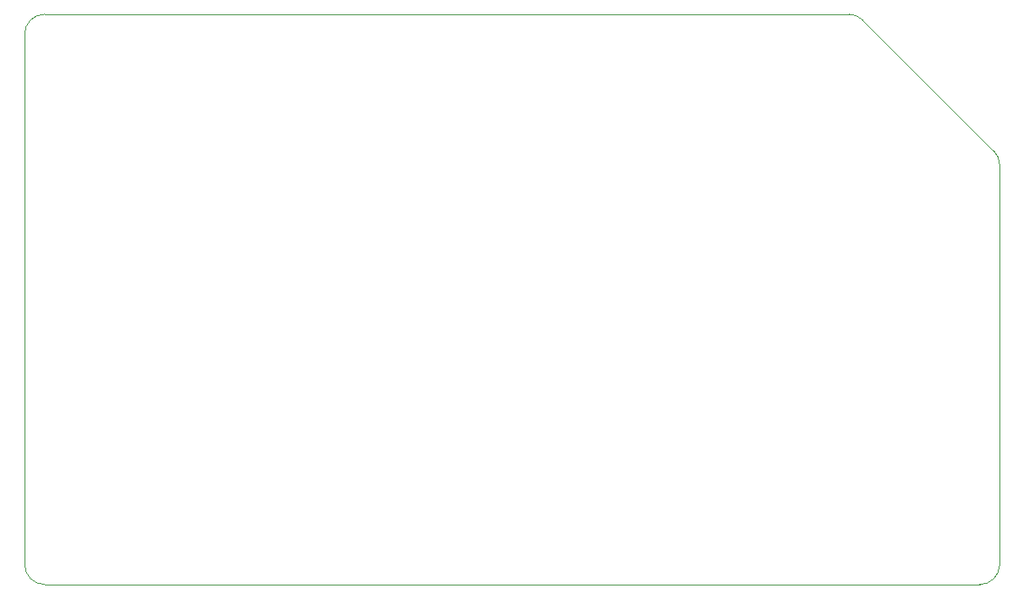
<source format=gbr>
%TF.GenerationSoftware,KiCad,Pcbnew,9.0.7*%
%TF.CreationDate,2026-01-11T22:49:09+06:00*%
%TF.ProjectId,pcb,7063622e-6b69-4636-9164-5f7063625858,rev?*%
%TF.SameCoordinates,Original*%
%TF.FileFunction,Profile,NP*%
%FSLAX46Y46*%
G04 Gerber Fmt 4.6, Leading zero omitted, Abs format (unit mm)*
G04 Created by KiCad (PCBNEW 9.0.7) date 2026-01-11 22:49:09*
%MOMM*%
%LPD*%
G01*
G04 APERTURE LIST*
%TA.AperFunction,Profile*%
%ADD10C,0.050000*%
%TD*%
G04 APERTURE END LIST*
D10*
X97250000Y-47625000D02*
X177765323Y-47625000D01*
X177765323Y-47625000D02*
G75*
G02*
X179179546Y-48210778I-23J-2000100D01*
G01*
X97250000Y-104775000D02*
G75*
G02*
X95250000Y-102775000I0J2000000D01*
G01*
X95250000Y-49625000D02*
G75*
G02*
X97250000Y-47625000I2000000J0D01*
G01*
X192295464Y-61326714D02*
G75*
G02*
X192881245Y-62740927I-1414164J-1414186D01*
G01*
X192881250Y-102775000D02*
G75*
G02*
X190881250Y-104775050I-2000050J0D01*
G01*
X179179537Y-48210787D02*
X192295464Y-61326714D01*
X190881250Y-104775000D02*
X97250000Y-104775000D01*
X95250000Y-102775000D02*
X95250000Y-49625000D01*
X192881250Y-62740927D02*
X192881250Y-102775000D01*
M02*

</source>
